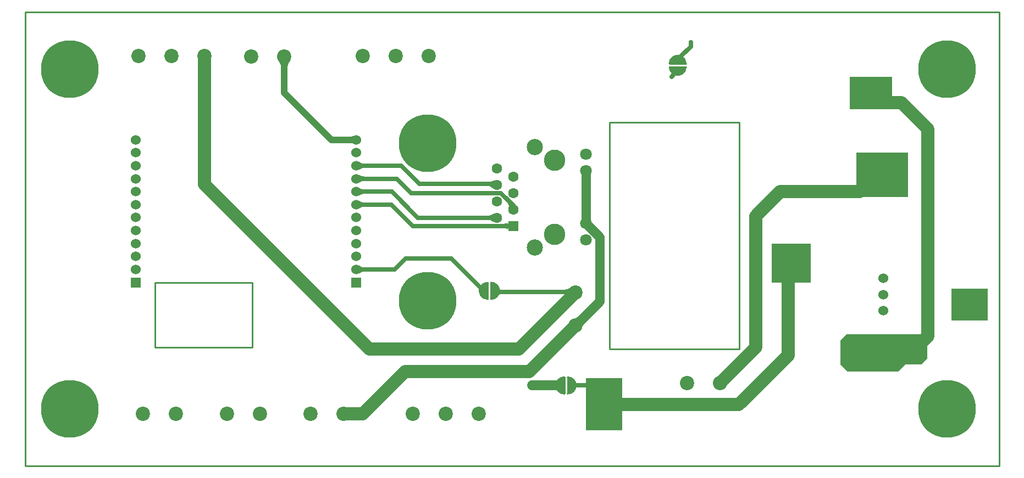
<source format=gbl>
G04*
G04 #@! TF.GenerationSoftware,Altium Limited,Altium Designer,19.0.4 (130)*
G04*
G04 Layer_Physical_Order=2*
G04 Layer_Color=16711680*
%FSTAX44Y44*%
%MOMM*%
G71*
G01*
G75*
%ADD10C,0.2540*%
%ADD46C,1.0000*%
%ADD47C,0.7000*%
%ADD48C,1.5000*%
%ADD49C,1.0000*%
%ADD50C,2.0000*%
%ADD51C,1.5240*%
%ADD52R,1.5240X1.5240*%
%ADD53C,2.2000*%
%ADD54C,8.8900*%
%ADD55C,0.8890*%
%ADD56C,2.5000*%
%ADD57C,1.8000*%
%ADD58C,1.6000*%
%ADD59R,1.6000X1.6000*%
%ADD60C,3.3000*%
%ADD61C,0.7000*%
%ADD62C,1.4000*%
G36*
X0101262Y0063059D02*
X0101516Y0062805D01*
X010177Y0062297D01*
X010177Y0062043D01*
X009923D01*
X0099357Y0062551D01*
X0099992Y0063186D01*
X0100754Y0063313D01*
X0101262Y0063059D01*
D02*
G37*
G36*
X00407176Y00623587D02*
X00405961Y0062159D01*
X00405468Y00620602D01*
X0040505Y00619619D01*
X00404709Y00618643D01*
X00404443Y00617673D01*
X00404253Y0061671D01*
X00404139Y00615753D01*
X00404101Y00614802D01*
X00394101D01*
X00394063Y00615753D01*
X0039395Y0061671D01*
X0039376Y00617673D01*
X00393494Y00618643D01*
X00393153Y00619619D01*
X00392735Y00620602D01*
X00392242Y0062159D01*
X00391672Y00622585D01*
X00391027Y00623587D01*
X00390306Y00624594D01*
X00407897D01*
X00407176Y00623587D01*
D02*
G37*
G36*
X010177Y0061281D02*
X0101516Y0060773D01*
X0101262Y0060519D01*
X0100754Y0060265D01*
X0099992Y0060392D01*
X0099357Y0061027D01*
X009923Y0061535D01*
X010177D01*
X010177Y0061281D01*
D02*
G37*
G36*
X01335Y0055D02*
X0127D01*
Y006D01*
X01335D01*
Y0055D01*
D02*
G37*
G36*
X00505424Y00496855D02*
X00505105Y00497063D01*
X00504729Y00497249D01*
X00504296Y00497413D01*
X00503806Y00497555D01*
X0050326Y00497675D01*
X00502657Y00497774D01*
X00501281Y00497905D01*
X00500508Y00497938D01*
X00499678Y00497948D01*
Y00507948D01*
X00500508Y00507959D01*
X00502657Y00508123D01*
X0050326Y00508222D01*
X00503806Y00508342D01*
X00504296Y00508484D01*
X00504729Y00508648D01*
X00505105Y00508834D01*
X00505424Y00509042D01*
Y00496855D01*
D02*
G37*
G36*
X00515265Y00468544D02*
X00516635Y00467714D01*
X00517316Y00467377D01*
X00517994Y00467092D01*
X00518669Y00466858D01*
X00519341Y00466677D01*
X0052001Y00466547D01*
X00520677Y00466469D01*
X00521341Y00466443D01*
Y00459444D01*
X00520677Y00459417D01*
X0052001Y0045934D01*
X00519341Y0045921D01*
X00518669Y00459029D01*
X00517994Y00458795D01*
X00517316Y0045851D01*
X00516635Y00458173D01*
X00515951Y00457784D01*
X00515265Y00457343D01*
X00514576Y0045685D01*
Y00469037D01*
X00515265Y00468544D01*
D02*
G37*
G36*
X00871259Y00449835D02*
X00871226Y00449628D01*
X00871196Y0044932D01*
X00871131Y00447778D01*
X008711Y00444286D01*
X008571D01*
X00856903Y00449938D01*
X00871296D01*
X00871259Y00449835D01*
D02*
G37*
G36*
X00515265Y00448554D02*
X00516635Y00447724D01*
X00517316Y00447387D01*
X00517994Y00447102D01*
X00518669Y00446869D01*
X00519341Y00446687D01*
X0052001Y00446557D01*
X00520677Y0044648D01*
X00521341Y00446454D01*
Y00439454D01*
X00520677Y00439428D01*
X0052001Y0043935D01*
X00519341Y0043922D01*
X00518669Y00439039D01*
X00517994Y00438805D01*
X00517316Y0043852D01*
X00516635Y00438183D01*
X00515951Y00437794D01*
X00515265Y00437353D01*
X00514576Y00436861D01*
Y00449047D01*
X00515265Y00448554D01*
D02*
G37*
G36*
X00720314Y00428124D02*
X00719688Y00428765D01*
X00719053Y00429339D01*
X0071841Y00429846D01*
X00717758Y00430285D01*
X00717098Y00430656D01*
X00716429Y0043096D01*
X00715751Y00431196D01*
X00715064Y00431365D01*
X00714369Y00431466D01*
X00713665Y004315D01*
X00715121Y004385D01*
X0071586Y0043852D01*
X00716591Y00438578D01*
X00717314Y00438675D01*
X00718029Y00438811D01*
X00718737Y00438987D01*
X00719437Y00439201D01*
X00720129Y00439454D01*
X00720813Y00439745D01*
X00722158Y00440446D01*
X00720314Y00428124D01*
D02*
G37*
G36*
X00515265Y00428539D02*
X00516635Y00427709D01*
X00517316Y00427372D01*
X00517994Y00427087D01*
X00518669Y00426853D01*
X00519341Y00426672D01*
X0052001Y00426542D01*
X00520677Y00426464D01*
X00521341Y00426438D01*
Y00419439D01*
X00520677Y00419413D01*
X0052001Y00419335D01*
X00519341Y00419205D01*
X00518669Y00419024D01*
X00517994Y0041879D01*
X00517316Y00418505D01*
X00516635Y00418168D01*
X00515951Y00417779D01*
X00515265Y00417338D01*
X00514576Y00416845D01*
Y00429032D01*
X00515265Y00428539D01*
D02*
G37*
G36*
X0136Y00415D02*
X0128D01*
Y00482933D01*
X0136D01*
Y00415D01*
D02*
G37*
G36*
X00755416Y00402473D02*
X0074432Y00398759D01*
X00744596Y00399454D01*
X00744786Y00400135D01*
X00744887Y004008D01*
X00744902Y0040145D01*
X00744829Y00402085D01*
X00744668Y00402706D01*
X00744421Y00403312D01*
X00744086Y00403902D01*
X00743663Y00404478D01*
X00743153Y00405039D01*
X00748967Y00409125D01*
X00755416Y00402473D01*
D02*
G37*
G36*
X00515265Y00408549D02*
X00516635Y00407719D01*
X00517316Y00407382D01*
X00517994Y00407097D01*
X00518669Y00406864D01*
X00519341Y00406682D01*
X0052001Y00406552D01*
X00520677Y00406475D01*
X00521341Y00406449D01*
Y00399449D01*
X00520677Y00399423D01*
X0052001Y00399345D01*
X00519341Y00399215D01*
X00518669Y00399034D01*
X00517994Y003988D01*
X00517316Y00398515D01*
X00516635Y00398178D01*
X00515951Y00397789D01*
X00515265Y00397348D01*
X00514576Y00396856D01*
Y00409042D01*
X00515265Y00408549D01*
D02*
G37*
G36*
X00871296Y00379046D02*
X00856903D01*
X00856941Y00379149D01*
X00856974Y00379356D01*
X00857003Y00379664D01*
X00857068Y00381206D01*
X008571Y00384698D01*
X008711D01*
X00871296Y00379046D01*
D02*
G37*
G36*
X00721396Y00376345D02*
X0072063Y00376895D01*
X00719129Y00377822D01*
X00718394Y00378199D01*
X0071767Y00378518D01*
X00716956Y00378778D01*
X00716253Y00378981D01*
X0071556Y00379126D01*
X00714878Y00379213D01*
X00714206Y00379242D01*
Y00386242D01*
X00714878Y00386271D01*
X0071556Y00386358D01*
X00716253Y00386503D01*
X00716956Y00386706D01*
X0071767Y00386966D01*
X00718394Y00387285D01*
X00719129Y00387662D01*
X00719874Y00388096D01*
X00721396Y00389139D01*
Y00376345D01*
D02*
G37*
G36*
X00743661Y00363042D02*
X00743591Y00363707D01*
X0074338Y00364302D01*
X00743029Y00364827D01*
X00742536Y00365282D01*
X00741904Y00365667D01*
X0074113Y00365982D01*
X00740216Y00366227D01*
X00739162Y00366402D01*
X00737967Y00366507D01*
X00736631Y00366542D01*
Y00373542D01*
X00737967Y00373577D01*
X00739162Y00373682D01*
X00740216Y00373857D01*
X0074113Y00374102D01*
X00741904Y00374417D01*
X00742536Y00374802D01*
X00743029Y00375257D01*
X0074338Y00375782D01*
X00743591Y00376377D01*
X00743661Y00377042D01*
Y00363042D01*
D02*
G37*
G36*
X00873057Y00374809D02*
X00873179Y00374639D01*
X00873377Y003744D01*
X00874421Y00373264D01*
X00876868Y00370773D01*
X00866968Y00360873D01*
X00862832Y00364731D01*
X0087301Y00374908D01*
X00873057Y00374809D01*
D02*
G37*
G36*
X00515265Y00308549D02*
X00516635Y00307719D01*
X00517316Y00307382D01*
X00517994Y00307097D01*
X00518669Y00306864D01*
X00519341Y00306682D01*
X0052001Y00306553D01*
X00520677Y00306475D01*
X00521341Y00306449D01*
Y00299449D01*
X00520677Y00299423D01*
X0052001Y00299345D01*
X00519341Y00299216D01*
X00518669Y00299034D01*
X00517994Y00298801D01*
X00517316Y00298515D01*
X00516635Y00298178D01*
X00515951Y00297789D01*
X00515265Y00297348D01*
X00514576Y00296856D01*
Y00309042D01*
X00515265Y00308549D01*
D02*
G37*
G36*
X0121Y00282934D02*
X0115D01*
Y00342954D01*
X0121D01*
Y00282934D01*
D02*
G37*
G36*
X0070804Y0028176D02*
X0070992Y002827D01*
X0071246D01*
Y002573D01*
X0070738Y0025857D01*
X0070103Y0026492D01*
X00700936Y00265487D01*
X00699106Y00265896D01*
X00698282Y00272885D01*
X00699913Y00272847D01*
X00702174Y00277367D01*
X00700918Y00278725D01*
X00706705Y0028273D01*
X0070804Y0028176D01*
D02*
G37*
G36*
X0072516Y0028016D02*
X00727581Y00277739D01*
X0072909Y00277859D01*
X00731938Y00271423D01*
X00729961Y00270864D01*
X00729183Y002662D01*
X00731141Y00265066D01*
X00726792Y00259533D01*
X00724399Y00260349D01*
X0072262Y0025857D01*
X0071754Y002573D01*
Y002827D01*
X0072008D01*
X0072516Y0028016D01*
D02*
G37*
G36*
X00840533Y00259263D02*
X00839302Y00260338D01*
X00835923Y00262884D01*
X00834902Y00263506D01*
X00833933Y00264015D01*
X00833017Y00264411D01*
X00832153Y00264694D01*
X00831341Y00264863D01*
X00830583Y0026492D01*
X00831243Y0027192D01*
X00831986Y00271967D01*
X00832798Y00272107D01*
X00833679Y0027234D01*
X0083463Y00272667D01*
X00835649Y00273088D01*
X00837896Y00274209D01*
X00839123Y00274909D01*
X00841784Y00276591D01*
X00840533Y00259263D01*
D02*
G37*
G36*
X01483Y00224D02*
X01427D01*
Y00273D01*
X01483D01*
Y00224D01*
D02*
G37*
G36*
X00872032Y00230883D02*
X00862437Y00221217D01*
X00860684Y00219129D01*
X00860172Y00218389D01*
X00859739Y00217676D01*
X00859382Y0021699D01*
X00859104Y0021633D01*
X00858903Y00215698D01*
X0085878Y00215092D01*
X00846341Y00227532D01*
X00846947Y00227655D01*
X00847579Y00227855D01*
X00848239Y00228134D01*
X00848925Y0022849D01*
X00849638Y00228924D01*
X00850378Y00229435D01*
X00851939Y00230691D01*
X00852706Y00231387D01*
X00862132Y00240783D01*
X00872032Y00230883D01*
D02*
G37*
G36*
X01389605Y0019401D02*
Y00165422D01*
X01380819Y00156637D01*
X01355593D01*
X01344378Y00145422D01*
X01265593D01*
X01255593Y00156637D01*
Y00193222D01*
X01265393Y00203022D01*
X01380593D01*
X01389605Y0019401D01*
D02*
G37*
G36*
X0084062Y0013543D02*
X0084697Y0012908D01*
X0084824Y0012146D01*
X008457Y0011638D01*
X0084316Y0011384D01*
X0083808Y001113D01*
X0083554Y001113D01*
Y001367D01*
X0084062Y0013543D01*
D02*
G37*
G36*
X0083046Y001113D02*
X0082792D01*
X0082284Y0011384D01*
X008203Y0011638D01*
X0081776Y0012146D01*
X0081903Y0012908D01*
X0082538Y0013543D01*
X0083046Y001367D01*
Y001113D01*
D02*
G37*
G36*
X0092Y00055D02*
X008641D01*
Y00135D01*
X0092D01*
Y00055D01*
D02*
G37*
D10*
X0081776Y00124D02*
G03*
X0083046Y001113I000127J0D01*
G01*
Y001367D02*
G03*
X0081776Y00124I0J-000127D01*
G01*
X0084824Y00124D02*
G03*
X0083554Y001367I-000127J-0D01*
G01*
Y001113D02*
G03*
X0084824Y00124I0J000127D01*
G01*
X00999226Y00604038D02*
G03*
X010177Y0061535I00005774J00011312D01*
G01*
X009923D02*
G03*
X00999226Y00604038I000127J0D01*
G01*
X01010225Y00632005D02*
G03*
X009923Y0062043I-00005225J-00011575D01*
G01*
X010177D02*
G03*
X01010225Y00632005I-000127J0D01*
G01*
X0071754Y002573D02*
G03*
X00730141Y0026842I0J000127D01*
G01*
D02*
G03*
X0071754Y002827I-00012601J0000158D01*
G01*
X0071246D02*
G03*
X00700885Y00275225I0J-000127D01*
G01*
D02*
G03*
X0071246Y002573I00011575J-00005225D01*
G01*
X009923Y0062043D02*
X010177D01*
X009923Y0061535D02*
X010177D01*
X0083554Y001113D02*
Y001367D01*
X0083046Y001113D02*
Y001367D01*
X0071754Y002573D02*
Y002827D01*
X0071246Y002573D02*
Y002827D01*
X0035Y00182934D02*
Y00282934D01*
X002D02*
X0035D01*
X002Y00182934D02*
Y00282934D01*
Y00182934D02*
X0035D01*
X009Y0018D02*
Y0053D01*
X011D01*
X009Y0018D02*
X011D01*
X011D02*
Y0053D01*
X002Y00182939D02*
Y00282939D01*
Y00182939D02*
X0035D01*
Y00282944D01*
X003D02*
X0035D01*
X002D02*
X0035D01*
X0Y0D02*
Y007D01*
X015D01*
Y0D02*
Y007D01*
X0Y0D02*
X015D01*
D46*
X01005Y00609D02*
D03*
Y0062678D02*
D03*
X0082411Y00124D02*
D03*
X0084189Y00124D02*
D03*
X0070611Y0027D02*
D03*
X0072389D02*
D03*
X01475Y00235D02*
D03*
X01455D02*
D03*
X01435D02*
D03*
X01475Y00262D02*
D03*
X01435D02*
D03*
X0133525Y00165D02*
D03*
X0135525D02*
D03*
X0137525D02*
D03*
X0127D02*
D03*
X0129D02*
D03*
X0131D02*
D03*
X01335Y00185D02*
D03*
X01355D02*
D03*
X01375D02*
D03*
X0127D02*
D03*
X0129D02*
D03*
X0131D02*
D03*
X0132Y00574D02*
D03*
Y005909D02*
D03*
X0128Y00574D02*
D03*
X013D02*
D03*
X0128Y005909D02*
D03*
X013D02*
D03*
X0134Y0043D02*
D03*
X01315D02*
D03*
Y0045D02*
D03*
Y0047D02*
D03*
X01295Y0043D02*
D03*
Y0045D02*
D03*
Y0047D02*
D03*
X0118Y00322939D02*
D03*
X012D02*
D03*
X0116D02*
D03*
X012Y003D02*
D03*
X0118D02*
D03*
X0116D02*
D03*
X0091Y00125D02*
D03*
Y0011D02*
D03*
Y000798D02*
D03*
Y00065D02*
D03*
X0089D02*
D03*
Y000798D02*
D03*
Y00095D02*
D03*
Y0011D02*
D03*
X0087189Y00126D02*
D03*
D47*
X0081776Y00124D02*
X0082411D01*
X0084824Y00124D02*
X00869078D01*
X0084189D02*
X0084824D01*
X00871078Y00126D02*
X0087189D01*
X00869078Y00124D02*
X00871078Y00126D01*
X00995671Y00600483D02*
X00999226Y00604038D01*
X01004188Y00609D01*
X01005D01*
X01010225Y00632005D02*
X01025Y0064678D01*
X01005Y0062678D02*
X01010225Y00632005D01*
X01025Y0064678D02*
Y00653D01*
X01307Y00185D02*
X0134D01*
X00730141Y0026842D02*
X00846911D01*
X00726282D02*
X00730141D01*
X0072389Y0027D02*
X00724702D01*
X00726282Y0026842D01*
X00846911D02*
X0084789Y00267441D01*
X00700885Y00275225D02*
X0070611Y0027D01*
X0065611Y0032D02*
X00700885Y00275225D01*
X005858Y0032D02*
X0065611D01*
X00568749Y00302949D02*
X005858Y0032D01*
X0051Y00302949D02*
X00568749D01*
X00597158Y00370042D02*
X007516D01*
X00564251Y00402949D02*
X00597158Y00370042D01*
X0051Y00402949D02*
X00564251D01*
X00604845Y00382742D02*
X007262D01*
X00564648Y00422938D02*
X00604845Y00382742D01*
X0051Y00422938D02*
X00564648D01*
X007516Y00395442D02*
Y00401542D01*
X007323Y00420842D02*
X007516Y00401542D01*
X00594158Y00420842D02*
X007323D01*
X00572046Y00442954D02*
X00594158Y00420842D01*
X0051Y00442954D02*
X00572046D01*
X00724742Y00435D02*
X007262Y00433542D01*
X00607587Y00435D02*
X00724742D01*
X00579643Y00462943D02*
X00607587Y00435D01*
X0051Y00462943D02*
X00579643D01*
D48*
X00781Y00124D02*
X0081776D01*
D49*
X00472052Y00502948D02*
X0051D01*
X00399101Y00575899D02*
X00472052Y00502948D01*
X00399101Y00575899D02*
Y006312D01*
D50*
X01305Y0056D02*
X0135D01*
X00776249Y00145D02*
X0084789Y00216641D01*
X00585Y00145D02*
X00776249D01*
X00890574Y00094426D02*
X01099426D01*
X01375Y00185D02*
X0139Y002D01*
Y0052D01*
X0135Y0056D02*
X0139Y0052D01*
X01125Y00183D02*
Y00385D01*
X0107Y00128D02*
X01125Y00183D01*
Y00385D02*
X01162939Y00422938D01*
X01285D01*
X01099426Y00094426D02*
X01175Y0017D01*
Y00282934D01*
X0089Y00095D02*
X00890574Y00094426D01*
X005198Y000798D02*
X00585Y00145D01*
X00490441Y000798D02*
X005198D01*
X00760449Y0018D02*
X0084789Y00267441D01*
X0053Y0018D02*
X00760449D01*
X002758Y004342D02*
X0053Y0018D01*
X002758Y004342D02*
Y00632D01*
D51*
X0051Y00502948D02*
D03*
Y00482933D02*
D03*
Y00462943D02*
D03*
Y00442954D02*
D03*
X0051Y00422938D02*
D03*
Y00402949D02*
D03*
X0051Y00382933D02*
D03*
Y00362944D02*
D03*
Y00342954D02*
D03*
Y00322939D02*
D03*
Y00302949D02*
D03*
X0017D02*
D03*
Y00322939D02*
D03*
Y00342954D02*
D03*
Y00362944D02*
D03*
Y00382933D02*
D03*
Y00402949D02*
D03*
Y00422938D02*
D03*
Y00442954D02*
D03*
Y00462943D02*
D03*
Y00482933D02*
D03*
Y00502948D02*
D03*
X01322Y00264D02*
D03*
Y00239D02*
D03*
Y00289D02*
D03*
D52*
X0051Y00282934D02*
D03*
X0017D02*
D03*
D53*
X010192Y00128D02*
D03*
X0107D02*
D03*
X006216Y00632D02*
D03*
X005708D02*
D03*
X0052D02*
D03*
X00348302Y006312D02*
D03*
X00399101Y006312D02*
D03*
X002758Y00632D02*
D03*
X00225D02*
D03*
X001742D02*
D03*
X0084789Y00216641D02*
D03*
Y00267441D02*
D03*
X006988Y000806D02*
D03*
X00648D02*
D03*
X005972D02*
D03*
X00181641Y000798D02*
D03*
X00232441D02*
D03*
X00310641D02*
D03*
X00361441D02*
D03*
X00439641Y000798D02*
D03*
X00490441Y000798D02*
D03*
D54*
X0142Y00087836D02*
D03*
Y00611836D02*
D03*
X0062Y00255D02*
D03*
Y00497954D02*
D03*
X00069012Y00087836D02*
D03*
Y00611836D02*
D03*
D55*
X01404506Y00114672D02*
D03*
X01435494D02*
D03*
X01450988Y00087836D02*
D03*
X01435494Y00060999D02*
D03*
X01404506D02*
D03*
X01389012Y00087836D02*
D03*
X01404506Y00638673D02*
D03*
X01435494D02*
D03*
X01450988Y00611836D02*
D03*
X01435494Y00585D02*
D03*
X01404506D02*
D03*
X01389012Y00611836D02*
D03*
X00604506Y00281836D02*
D03*
X00635494D02*
D03*
X00650988Y00255D02*
D03*
X00635494Y00228164D02*
D03*
X00604506D02*
D03*
X00589012Y00255D02*
D03*
X00604506Y0052479D02*
D03*
X00635494D02*
D03*
X00650988Y00497954D02*
D03*
X00635494Y00471117D02*
D03*
X00604506D02*
D03*
X00589012Y00497954D02*
D03*
X00053518Y00114672D02*
D03*
X00084506D02*
D03*
X001Y00087836D02*
D03*
X00084506Y00060999D02*
D03*
X00053518D02*
D03*
X00038024Y00087836D02*
D03*
X00053518Y00638673D02*
D03*
X00084506D02*
D03*
X001Y00611836D02*
D03*
X00084506Y00585D02*
D03*
X00053518D02*
D03*
X00038024Y00611836D02*
D03*
D56*
X007846Y00491942D02*
D03*
Y00337042D02*
D03*
D57*
X008641Y00480743D02*
D03*
Y00455343D02*
D03*
Y00373641D02*
D03*
Y00348241D02*
D03*
D58*
X007262Y00458942D02*
D03*
X007516Y00446242D02*
D03*
X007262Y00433542D02*
D03*
X007516Y00420842D02*
D03*
X007262Y00408142D02*
D03*
X007516Y00395442D02*
D03*
X007262Y00382742D02*
D03*
D59*
X007516Y00370042D02*
D03*
D60*
X008151Y00471642D02*
D03*
Y00357342D02*
D03*
D61*
X00781Y00124D02*
D03*
X00995671Y00600483D02*
D03*
X01025Y00653D02*
D03*
D62*
X008641Y00373641D02*
X00885Y00352741D01*
Y00253751D02*
Y00352741D01*
X0084789Y00216641D02*
X00885Y00253751D01*
X008641Y00373641D02*
Y00455343D01*
M02*

</source>
